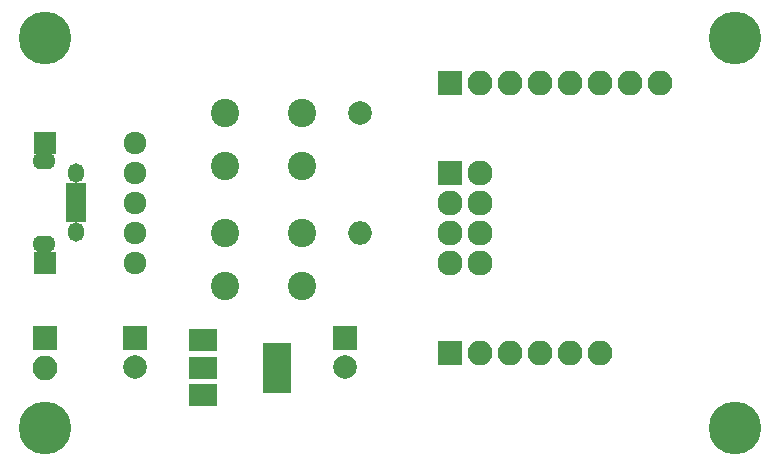
<source format=gbs>
G04 #@! TF.FileFunction,Soldermask,Bot*
%FSLAX46Y46*%
G04 Gerber Fmt 4.6, Leading zero omitted, Abs format (unit mm)*
G04 Created by KiCad (PCBNEW 4.0.7-e1-6374~58~ubuntu16.04.1) date Wed Aug 16 17:55:18 2017*
%MOMM*%
%LPD*%
G01*
G04 APERTURE LIST*
%ADD10C,0.100000*%
%ADD11R,2.127200X2.127200*%
%ADD12O,2.127200X2.127200*%
%ADD13R,2.400000X4.200000*%
%ADD14R,2.400000X1.900000*%
%ADD15R,2.000000X2.000000*%
%ADD16C,2.000000*%
%ADD17R,1.750000X0.800000*%
%ADD18O,1.350000X1.650000*%
%ADD19O,1.950000X1.400000*%
%ADD20R,2.100000X2.100000*%
%ADD21O,2.100000X2.100000*%
%ADD22C,1.924000*%
%ADD23R,1.924000X1.924000*%
%ADD24O,2.000000X2.000000*%
%ADD25C,2.400000*%
%ADD26C,4.464000*%
G04 APERTURE END LIST*
D10*
D11*
X185420000Y-93980000D03*
D12*
X187960000Y-93980000D03*
X185420000Y-96520000D03*
X187960000Y-96520000D03*
X185420000Y-99060000D03*
X187960000Y-99060000D03*
X185420000Y-101600000D03*
X187960000Y-101600000D03*
D13*
X170790000Y-110490000D03*
D14*
X164490000Y-110490000D03*
X164490000Y-108190000D03*
X164490000Y-112790000D03*
D15*
X158750000Y-107950000D03*
D16*
X158750000Y-110450000D03*
D15*
X176530000Y-107950000D03*
D16*
X176530000Y-110450000D03*
D17*
X153750000Y-97820000D03*
X153750000Y-97170000D03*
X153750000Y-96520000D03*
X153750000Y-95870000D03*
X153750000Y-95220000D03*
D18*
X153750000Y-99020000D03*
X153750000Y-94020000D03*
D19*
X151050000Y-100020000D03*
X151050000Y-93020000D03*
D20*
X185420000Y-109220000D03*
D21*
X187960000Y-109220000D03*
X190500000Y-109220000D03*
X193040000Y-109220000D03*
X195580000Y-109220000D03*
X198120000Y-109220000D03*
D20*
X151130000Y-107950000D03*
D21*
X151130000Y-110490000D03*
D20*
X185420000Y-86360000D03*
D21*
X187960000Y-86360000D03*
X190500000Y-86360000D03*
X193040000Y-86360000D03*
X195580000Y-86360000D03*
X198120000Y-86360000D03*
X200660000Y-86360000D03*
X203200000Y-86360000D03*
D22*
X158750000Y-101600000D03*
X158750000Y-99060000D03*
X158750000Y-96520000D03*
X158750000Y-93980000D03*
X158750000Y-91440000D03*
D23*
X151130000Y-91440000D03*
X151130000Y-101600000D03*
D16*
X177800000Y-88900000D03*
D24*
X177800000Y-99060000D03*
D25*
X166370000Y-93400000D03*
X166370000Y-88900000D03*
X172870000Y-93400000D03*
X172870000Y-88900000D03*
X166370000Y-103560000D03*
X166370000Y-99060000D03*
X172870000Y-103560000D03*
X172870000Y-99060000D03*
D26*
X209550000Y-82550000D03*
X209550000Y-115570000D03*
X151130000Y-115570000D03*
X151130000Y-82550000D03*
M02*

</source>
